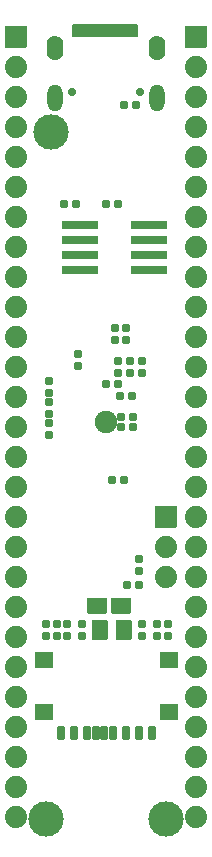
<source format=gbr>
%TF.GenerationSoftware,KiCad,Pcbnew,7.0.9-7.0.9~ubuntu22.04.1*%
%TF.CreationDate,2025-04-08T09:34:51+03:00*%
%TF.ProjectId,PICO2-BB48_Rev_A,5049434f-322d-4424-9234-385f5265765f,A*%
%TF.SameCoordinates,PX8321560PY7f50c60*%
%TF.FileFunction,Soldermask,Bot*%
%TF.FilePolarity,Negative*%
%FSLAX46Y46*%
G04 Gerber Fmt 4.6, Leading zero omitted, Abs format (unit mm)*
G04 Created by KiCad (PCBNEW 7.0.9-7.0.9~ubuntu22.04.1) date 2025-04-08 09:34:51*
%MOMM*%
%LPD*%
G01*
G04 APERTURE LIST*
G04 Aperture macros list*
%AMRoundRect*
0 Rectangle with rounded corners*
0 $1 Rounding radius*
0 $2 $3 $4 $5 $6 $7 $8 $9 X,Y pos of 4 corners*
0 Add a 4 corners polygon primitive as box body*
4,1,4,$2,$3,$4,$5,$6,$7,$8,$9,$2,$3,0*
0 Add four circle primitives for the rounded corners*
1,1,$1+$1,$2,$3*
1,1,$1+$1,$4,$5*
1,1,$1+$1,$6,$7*
1,1,$1+$1,$8,$9*
0 Add four rect primitives between the rounded corners*
20,1,$1+$1,$2,$3,$4,$5,0*
20,1,$1+$1,$4,$5,$6,$7,0*
20,1,$1+$1,$6,$7,$8,$9,0*
20,1,$1+$1,$8,$9,$2,$3,0*%
G04 Aperture macros list end*
%ADD10RoundRect,0.050800X-1.100000X0.300000X-1.100000X-0.300000X1.100000X-0.300000X1.100000X0.300000X0*%
%ADD11C,0.701600*%
%ADD12O,1.301600X2.301600*%
%ADD13O,1.401600X2.101600*%
%ADD14RoundRect,0.050800X-0.889000X0.889000X-0.889000X-0.889000X0.889000X-0.889000X0.889000X0.889000X0*%
%ADD15C,1.879600*%
%ADD16C,1.901600*%
%ADD17RoundRect,0.050800X-0.250000X-0.275000X0.250000X-0.275000X0.250000X0.275000X-0.250000X0.275000X0*%
%ADD18RoundRect,0.050800X0.250000X0.275000X-0.250000X0.275000X-0.250000X-0.275000X0.250000X-0.275000X0*%
%ADD19RoundRect,0.050800X0.275000X-0.250000X0.275000X0.250000X-0.275000X0.250000X-0.275000X-0.250000X0*%
%ADD20RoundRect,0.050800X-0.275000X0.250000X-0.275000X-0.250000X0.275000X-0.250000X0.275000X0.250000X0*%
%ADD21C,3.000000*%
%ADD22RoundRect,0.050800X-0.762000X-0.635000X0.762000X-0.635000X0.762000X0.635000X-0.762000X0.635000X0*%
%ADD23RoundRect,0.050800X-0.635000X0.762000X-0.635000X-0.762000X0.635000X-0.762000X0.635000X0.762000X0*%
%ADD24RoundRect,0.050800X0.750000X0.600000X-0.750000X0.600000X-0.750000X-0.600000X0.750000X-0.600000X0*%
%ADD25RoundRect,0.050800X0.250000X0.500000X-0.250000X0.500000X-0.250000X-0.500000X0.250000X-0.500000X0*%
G04 APERTURE END LIST*
D10*
%TO.C,U5*%
X12487000Y51712000D03*
X12487000Y50442000D03*
X12487000Y49172000D03*
X12487000Y47902000D03*
X7287000Y47902000D03*
X7287000Y49172000D03*
X7287000Y50442000D03*
X7287000Y51712000D03*
%TD*%
%TO.C,U4*%
X13122000Y51712000D03*
X13122000Y50442000D03*
X13122000Y49172000D03*
X13122000Y47902000D03*
X6652000Y47902000D03*
X6652000Y49172000D03*
X6652000Y50442000D03*
X6652000Y51712000D03*
%TD*%
D11*
%TO.C,USB-C1*%
X6260000Y62970000D03*
X12040000Y62970000D03*
D12*
X4830000Y62470000D03*
X13470000Y62470000D03*
D13*
X4830000Y66650000D03*
X13470000Y66650000D03*
%TD*%
D14*
%TO.C,SWD1*%
X14265000Y26940000D03*
D15*
X14265000Y24400000D03*
X14265000Y21860000D03*
%TD*%
D16*
%TO.C,U3*%
X9150000Y35000000D03*
%TD*%
D17*
%TO.C,R10*%
X11725000Y61872000D03*
D18*
X10709000Y61872000D03*
%TD*%
D19*
%TO.C,R7*%
X9947000Y42949000D03*
D20*
X9947000Y41933000D03*
%TD*%
D19*
%TO.C,R6*%
X10836000Y42949000D03*
D20*
X10836000Y41933000D03*
%TD*%
D19*
%TO.C,C10*%
X6772000Y40790000D03*
D20*
X6772000Y39774000D03*
%TD*%
%TO.C,C4*%
X4359000Y33932000D03*
D19*
X4359000Y34948000D03*
%TD*%
%TO.C,R20*%
X7153000Y17930000D03*
D20*
X7153000Y16914000D03*
%TD*%
D17*
%TO.C,C17*%
X11344000Y37234000D03*
D18*
X10328000Y37234000D03*
%TD*%
D19*
%TO.C,C9*%
X11217000Y40155000D03*
D20*
X11217000Y39139000D03*
%TD*%
D18*
%TO.C,C16*%
X9693000Y30122000D03*
D17*
X10709000Y30122000D03*
%TD*%
%TO.C,C11*%
X10201000Y38250000D03*
D18*
X9185000Y38250000D03*
%TD*%
D21*
%TO.C,FID4*%
X4105000Y1420000D03*
%TD*%
D19*
%TO.C,C3*%
X4359000Y38504000D03*
D20*
X4359000Y37488000D03*
%TD*%
D17*
%TO.C,C8*%
X11471000Y35456000D03*
D18*
X10455000Y35456000D03*
%TD*%
D17*
%TO.C,C26*%
X6645000Y53490000D03*
D18*
X5629000Y53490000D03*
%TD*%
D19*
%TO.C,R25*%
X12233000Y17930000D03*
D20*
X12233000Y16914000D03*
%TD*%
D18*
%TO.C,R16*%
X9185000Y53490000D03*
D17*
X10201000Y53490000D03*
%TD*%
D21*
%TO.C,FID6*%
X14265000Y1420000D03*
%TD*%
D19*
%TO.C,R23*%
X4105000Y17930000D03*
D20*
X4105000Y16914000D03*
%TD*%
%TO.C,C12*%
X10201000Y39139000D03*
D19*
X10201000Y40155000D03*
%TD*%
D20*
%TO.C,C13*%
X12233000Y39139000D03*
D19*
X12233000Y40155000D03*
%TD*%
D14*
%TO.C,EXT2*%
X16805000Y67587000D03*
D15*
X16805000Y65047000D03*
X16805000Y62507000D03*
X16805000Y59967000D03*
X16805000Y57427000D03*
X16805000Y54887000D03*
X16805000Y52347000D03*
X16805000Y49807000D03*
X16805000Y47267000D03*
X16805000Y44727000D03*
X16805000Y42187000D03*
X16805000Y39647000D03*
X16805000Y37107000D03*
X16805000Y34567000D03*
X16805000Y32027000D03*
X16805000Y29487000D03*
X16805000Y26947000D03*
X16805000Y24407000D03*
X16805000Y21867000D03*
X16805000Y19327000D03*
X16805000Y16787000D03*
X16805000Y14247000D03*
X16805000Y11707000D03*
X16805000Y9167000D03*
X16805000Y6627000D03*
X16805000Y4087000D03*
X16805000Y1547000D03*
%TD*%
D21*
%TO.C,FID5*%
X4486000Y59586000D03*
%TD*%
D19*
%TO.C,R21*%
X13503000Y17930000D03*
D20*
X13503000Y16914000D03*
%TD*%
D14*
%TO.C,EXT1*%
X1565000Y67587000D03*
D15*
X1565000Y65047000D03*
X1565000Y62507000D03*
X1565000Y59967000D03*
X1565000Y57427000D03*
X1565000Y54887000D03*
X1565000Y52347000D03*
X1565000Y49807000D03*
X1565000Y47267000D03*
X1565000Y44727000D03*
X1565000Y42187000D03*
X1565000Y39647000D03*
X1565000Y37107000D03*
X1565000Y34567000D03*
X1565000Y32027000D03*
X1565000Y29487000D03*
X1565000Y26947000D03*
X1565000Y24407000D03*
X1565000Y21867000D03*
X1565000Y19327000D03*
X1565000Y16787000D03*
X1565000Y14247000D03*
X1565000Y11707000D03*
X1565000Y9167000D03*
X1565000Y6627000D03*
X1565000Y4087000D03*
X1565000Y1547000D03*
%TD*%
D19*
%TO.C,R22*%
X14392000Y17930000D03*
D20*
X14392000Y16914000D03*
%TD*%
D17*
%TO.C,C7*%
X11471000Y34567000D03*
D18*
X10455000Y34567000D03*
%TD*%
D19*
%TO.C,R19*%
X4994000Y17930000D03*
D20*
X4994000Y16914000D03*
%TD*%
D22*
%TO.C,L3*%
X8423000Y19454000D03*
X10455000Y19454000D03*
%TD*%
D19*
%TO.C,R24*%
X5883000Y17930000D03*
D20*
X5883000Y16914000D03*
%TD*%
D18*
%TO.C,R27*%
X10963000Y21232000D03*
D17*
X11979000Y21232000D03*
%TD*%
D23*
%TO.C,C27*%
X8677000Y17422000D03*
X10709000Y17422000D03*
%TD*%
D20*
%TO.C,C15*%
X4359000Y35710000D03*
D19*
X4359000Y36726000D03*
%TD*%
D24*
%TO.C,MICRO_SD1*%
X3900000Y14900000D03*
X3900000Y10450000D03*
X14500000Y14900000D03*
X14500000Y10450000D03*
D25*
X9000000Y8700000D03*
X13050000Y8700000D03*
X11950000Y8700000D03*
X10850000Y8700000D03*
X9750000Y8700000D03*
X8300000Y8700000D03*
X7550000Y8700000D03*
X6450000Y8700000D03*
X5350000Y8700000D03*
%TD*%
D20*
%TO.C,R26*%
X11979000Y22375000D03*
D19*
X11979000Y23391000D03*
%TD*%
G36*
X11794121Y68709998D02*
G01*
X11840614Y68656342D01*
X11852000Y68604000D01*
X11852000Y67713000D01*
X11831998Y67644879D01*
X11778342Y67598386D01*
X11726000Y67587000D01*
X6390000Y67587000D01*
X6321879Y67607002D01*
X6275386Y67660658D01*
X6264000Y67713000D01*
X6264000Y68604000D01*
X6284002Y68672121D01*
X6337658Y68718614D01*
X6390000Y68730000D01*
X11726000Y68730000D01*
X11794121Y68709998D01*
G37*
M02*

</source>
